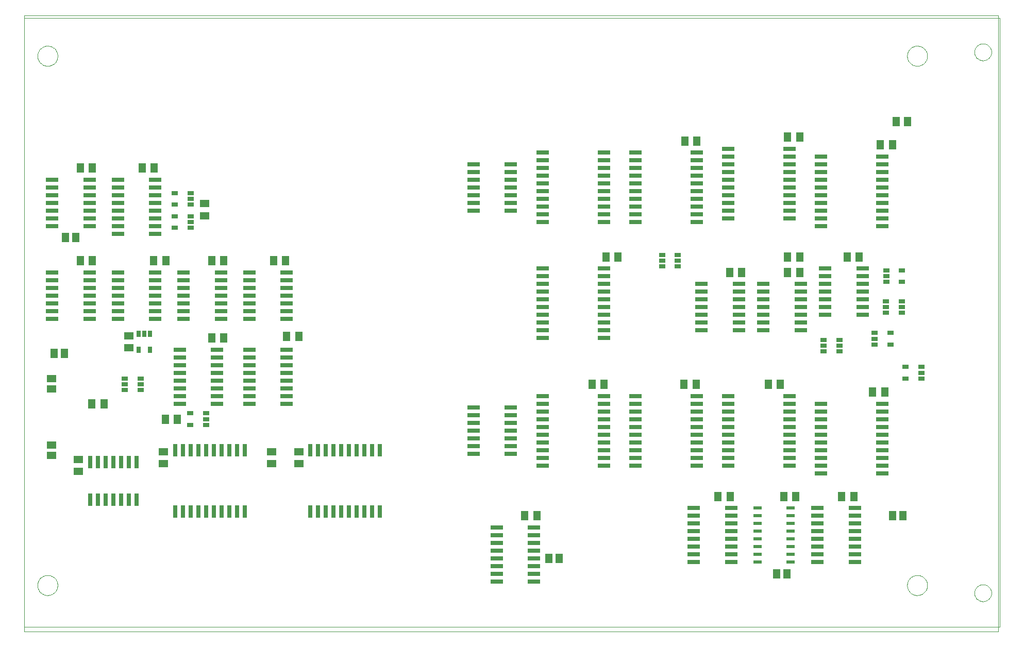
<source format=gtp>
G75*
G70*
%OFA0B0*%
%FSLAX24Y24*%
%IPPOS*%
%LPD*%
%AMOC8*
5,1,8,0,0,1.08239X$1,22.5*
%
%ADD10C,0.0000*%
%ADD11R,0.0591X0.0512*%
%ADD12R,0.0512X0.0630*%
%ADD13R,0.0551X0.0236*%
%ADD14R,0.0800X0.0260*%
%ADD15R,0.0630X0.0512*%
%ADD16R,0.0512X0.0591*%
%ADD17R,0.0260X0.0800*%
%ADD18R,0.0390X0.0272*%
%ADD19R,0.0272X0.0390*%
D10*
X004848Y007120D02*
X004848Y046990D01*
X067840Y046990D01*
X067840Y007120D01*
X004848Y007120D01*
X004848Y007430D02*
X004848Y046810D01*
X067948Y046810D01*
X067948Y007430D01*
X004848Y007430D01*
X005698Y010120D02*
X005700Y010170D01*
X005706Y010220D01*
X005716Y010270D01*
X005729Y010318D01*
X005746Y010366D01*
X005767Y010412D01*
X005791Y010456D01*
X005819Y010498D01*
X005850Y010538D01*
X005884Y010575D01*
X005921Y010610D01*
X005960Y010641D01*
X006001Y010670D01*
X006045Y010695D01*
X006091Y010717D01*
X006138Y010735D01*
X006186Y010749D01*
X006235Y010760D01*
X006285Y010767D01*
X006335Y010770D01*
X006386Y010769D01*
X006436Y010764D01*
X006486Y010755D01*
X006534Y010743D01*
X006582Y010726D01*
X006628Y010706D01*
X006673Y010683D01*
X006716Y010656D01*
X006756Y010626D01*
X006794Y010593D01*
X006829Y010557D01*
X006862Y010518D01*
X006891Y010477D01*
X006917Y010434D01*
X006940Y010389D01*
X006959Y010342D01*
X006974Y010294D01*
X006986Y010245D01*
X006994Y010195D01*
X006998Y010145D01*
X006998Y010095D01*
X006994Y010045D01*
X006986Y009995D01*
X006974Y009946D01*
X006959Y009898D01*
X006940Y009851D01*
X006917Y009806D01*
X006891Y009763D01*
X006862Y009722D01*
X006829Y009683D01*
X006794Y009647D01*
X006756Y009614D01*
X006716Y009584D01*
X006673Y009557D01*
X006628Y009534D01*
X006582Y009514D01*
X006534Y009497D01*
X006486Y009485D01*
X006436Y009476D01*
X006386Y009471D01*
X006335Y009470D01*
X006285Y009473D01*
X006235Y009480D01*
X006186Y009491D01*
X006138Y009505D01*
X006091Y009523D01*
X006045Y009545D01*
X006001Y009570D01*
X005960Y009599D01*
X005921Y009630D01*
X005884Y009665D01*
X005850Y009702D01*
X005819Y009742D01*
X005791Y009784D01*
X005767Y009828D01*
X005746Y009874D01*
X005729Y009922D01*
X005716Y009970D01*
X005706Y010020D01*
X005700Y010070D01*
X005698Y010120D01*
X005698Y044370D02*
X005700Y044420D01*
X005706Y044470D01*
X005716Y044520D01*
X005729Y044568D01*
X005746Y044616D01*
X005767Y044662D01*
X005791Y044706D01*
X005819Y044748D01*
X005850Y044788D01*
X005884Y044825D01*
X005921Y044860D01*
X005960Y044891D01*
X006001Y044920D01*
X006045Y044945D01*
X006091Y044967D01*
X006138Y044985D01*
X006186Y044999D01*
X006235Y045010D01*
X006285Y045017D01*
X006335Y045020D01*
X006386Y045019D01*
X006436Y045014D01*
X006486Y045005D01*
X006534Y044993D01*
X006582Y044976D01*
X006628Y044956D01*
X006673Y044933D01*
X006716Y044906D01*
X006756Y044876D01*
X006794Y044843D01*
X006829Y044807D01*
X006862Y044768D01*
X006891Y044727D01*
X006917Y044684D01*
X006940Y044639D01*
X006959Y044592D01*
X006974Y044544D01*
X006986Y044495D01*
X006994Y044445D01*
X006998Y044395D01*
X006998Y044345D01*
X006994Y044295D01*
X006986Y044245D01*
X006974Y044196D01*
X006959Y044148D01*
X006940Y044101D01*
X006917Y044056D01*
X006891Y044013D01*
X006862Y043972D01*
X006829Y043933D01*
X006794Y043897D01*
X006756Y043864D01*
X006716Y043834D01*
X006673Y043807D01*
X006628Y043784D01*
X006582Y043764D01*
X006534Y043747D01*
X006486Y043735D01*
X006436Y043726D01*
X006386Y043721D01*
X006335Y043720D01*
X006285Y043723D01*
X006235Y043730D01*
X006186Y043741D01*
X006138Y043755D01*
X006091Y043773D01*
X006045Y043795D01*
X006001Y043820D01*
X005960Y043849D01*
X005921Y043880D01*
X005884Y043915D01*
X005850Y043952D01*
X005819Y043992D01*
X005791Y044034D01*
X005767Y044078D01*
X005746Y044124D01*
X005729Y044172D01*
X005716Y044220D01*
X005706Y044270D01*
X005700Y044320D01*
X005698Y044370D01*
X061948Y044370D02*
X061950Y044420D01*
X061956Y044470D01*
X061966Y044520D01*
X061979Y044568D01*
X061996Y044616D01*
X062017Y044662D01*
X062041Y044706D01*
X062069Y044748D01*
X062100Y044788D01*
X062134Y044825D01*
X062171Y044860D01*
X062210Y044891D01*
X062251Y044920D01*
X062295Y044945D01*
X062341Y044967D01*
X062388Y044985D01*
X062436Y044999D01*
X062485Y045010D01*
X062535Y045017D01*
X062585Y045020D01*
X062636Y045019D01*
X062686Y045014D01*
X062736Y045005D01*
X062784Y044993D01*
X062832Y044976D01*
X062878Y044956D01*
X062923Y044933D01*
X062966Y044906D01*
X063006Y044876D01*
X063044Y044843D01*
X063079Y044807D01*
X063112Y044768D01*
X063141Y044727D01*
X063167Y044684D01*
X063190Y044639D01*
X063209Y044592D01*
X063224Y044544D01*
X063236Y044495D01*
X063244Y044445D01*
X063248Y044395D01*
X063248Y044345D01*
X063244Y044295D01*
X063236Y044245D01*
X063224Y044196D01*
X063209Y044148D01*
X063190Y044101D01*
X063167Y044056D01*
X063141Y044013D01*
X063112Y043972D01*
X063079Y043933D01*
X063044Y043897D01*
X063006Y043864D01*
X062966Y043834D01*
X062923Y043807D01*
X062878Y043784D01*
X062832Y043764D01*
X062784Y043747D01*
X062736Y043735D01*
X062686Y043726D01*
X062636Y043721D01*
X062585Y043720D01*
X062535Y043723D01*
X062485Y043730D01*
X062436Y043741D01*
X062388Y043755D01*
X062341Y043773D01*
X062295Y043795D01*
X062251Y043820D01*
X062210Y043849D01*
X062171Y043880D01*
X062134Y043915D01*
X062100Y043952D01*
X062069Y043992D01*
X062041Y044034D01*
X062017Y044078D01*
X061996Y044124D01*
X061979Y044172D01*
X061966Y044220D01*
X061956Y044270D01*
X061950Y044320D01*
X061948Y044370D01*
X066298Y044620D02*
X066300Y044667D01*
X066306Y044713D01*
X066316Y044759D01*
X066329Y044803D01*
X066347Y044847D01*
X066368Y044888D01*
X066392Y044928D01*
X066420Y044966D01*
X066451Y045001D01*
X066485Y045033D01*
X066521Y045062D01*
X066560Y045088D01*
X066600Y045111D01*
X066643Y045130D01*
X066687Y045146D01*
X066732Y045158D01*
X066778Y045166D01*
X066825Y045170D01*
X066871Y045170D01*
X066918Y045166D01*
X066964Y045158D01*
X067009Y045146D01*
X067053Y045130D01*
X067096Y045111D01*
X067136Y045088D01*
X067175Y045062D01*
X067211Y045033D01*
X067245Y045001D01*
X067276Y044966D01*
X067304Y044928D01*
X067328Y044888D01*
X067349Y044847D01*
X067367Y044803D01*
X067380Y044759D01*
X067390Y044713D01*
X067396Y044667D01*
X067398Y044620D01*
X067396Y044573D01*
X067390Y044527D01*
X067380Y044481D01*
X067367Y044437D01*
X067349Y044393D01*
X067328Y044352D01*
X067304Y044312D01*
X067276Y044274D01*
X067245Y044239D01*
X067211Y044207D01*
X067175Y044178D01*
X067136Y044152D01*
X067096Y044129D01*
X067053Y044110D01*
X067009Y044094D01*
X066964Y044082D01*
X066918Y044074D01*
X066871Y044070D01*
X066825Y044070D01*
X066778Y044074D01*
X066732Y044082D01*
X066687Y044094D01*
X066643Y044110D01*
X066600Y044129D01*
X066560Y044152D01*
X066521Y044178D01*
X066485Y044207D01*
X066451Y044239D01*
X066420Y044274D01*
X066392Y044312D01*
X066368Y044352D01*
X066347Y044393D01*
X066329Y044437D01*
X066316Y044481D01*
X066306Y044527D01*
X066300Y044573D01*
X066298Y044620D01*
X061948Y010120D02*
X061950Y010170D01*
X061956Y010220D01*
X061966Y010270D01*
X061979Y010318D01*
X061996Y010366D01*
X062017Y010412D01*
X062041Y010456D01*
X062069Y010498D01*
X062100Y010538D01*
X062134Y010575D01*
X062171Y010610D01*
X062210Y010641D01*
X062251Y010670D01*
X062295Y010695D01*
X062341Y010717D01*
X062388Y010735D01*
X062436Y010749D01*
X062485Y010760D01*
X062535Y010767D01*
X062585Y010770D01*
X062636Y010769D01*
X062686Y010764D01*
X062736Y010755D01*
X062784Y010743D01*
X062832Y010726D01*
X062878Y010706D01*
X062923Y010683D01*
X062966Y010656D01*
X063006Y010626D01*
X063044Y010593D01*
X063079Y010557D01*
X063112Y010518D01*
X063141Y010477D01*
X063167Y010434D01*
X063190Y010389D01*
X063209Y010342D01*
X063224Y010294D01*
X063236Y010245D01*
X063244Y010195D01*
X063248Y010145D01*
X063248Y010095D01*
X063244Y010045D01*
X063236Y009995D01*
X063224Y009946D01*
X063209Y009898D01*
X063190Y009851D01*
X063167Y009806D01*
X063141Y009763D01*
X063112Y009722D01*
X063079Y009683D01*
X063044Y009647D01*
X063006Y009614D01*
X062966Y009584D01*
X062923Y009557D01*
X062878Y009534D01*
X062832Y009514D01*
X062784Y009497D01*
X062736Y009485D01*
X062686Y009476D01*
X062636Y009471D01*
X062585Y009470D01*
X062535Y009473D01*
X062485Y009480D01*
X062436Y009491D01*
X062388Y009505D01*
X062341Y009523D01*
X062295Y009545D01*
X062251Y009570D01*
X062210Y009599D01*
X062171Y009630D01*
X062134Y009665D01*
X062100Y009702D01*
X062069Y009742D01*
X062041Y009784D01*
X062017Y009828D01*
X061996Y009874D01*
X061979Y009922D01*
X061966Y009970D01*
X061956Y010020D01*
X061950Y010070D01*
X061948Y010120D01*
X066298Y009620D02*
X066300Y009667D01*
X066306Y009713D01*
X066316Y009759D01*
X066329Y009803D01*
X066347Y009847D01*
X066368Y009888D01*
X066392Y009928D01*
X066420Y009966D01*
X066451Y010001D01*
X066485Y010033D01*
X066521Y010062D01*
X066560Y010088D01*
X066600Y010111D01*
X066643Y010130D01*
X066687Y010146D01*
X066732Y010158D01*
X066778Y010166D01*
X066825Y010170D01*
X066871Y010170D01*
X066918Y010166D01*
X066964Y010158D01*
X067009Y010146D01*
X067053Y010130D01*
X067096Y010111D01*
X067136Y010088D01*
X067175Y010062D01*
X067211Y010033D01*
X067245Y010001D01*
X067276Y009966D01*
X067304Y009928D01*
X067328Y009888D01*
X067349Y009847D01*
X067367Y009803D01*
X067380Y009759D01*
X067390Y009713D01*
X067396Y009667D01*
X067398Y009620D01*
X067396Y009573D01*
X067390Y009527D01*
X067380Y009481D01*
X067367Y009437D01*
X067349Y009393D01*
X067328Y009352D01*
X067304Y009312D01*
X067276Y009274D01*
X067245Y009239D01*
X067211Y009207D01*
X067175Y009178D01*
X067136Y009152D01*
X067096Y009129D01*
X067053Y009110D01*
X067009Y009094D01*
X066964Y009082D01*
X066918Y009074D01*
X066871Y009070D01*
X066825Y009070D01*
X066778Y009074D01*
X066732Y009082D01*
X066687Y009094D01*
X066643Y009110D01*
X066600Y009129D01*
X066560Y009152D01*
X066521Y009178D01*
X066485Y009207D01*
X066451Y009239D01*
X066420Y009274D01*
X066392Y009312D01*
X066368Y009352D01*
X066347Y009393D01*
X066329Y009437D01*
X066316Y009481D01*
X066306Y009527D01*
X066300Y009573D01*
X066298Y009620D01*
D11*
X006598Y018535D03*
X006598Y019204D03*
X006598Y022835D03*
X006598Y023504D03*
D12*
X009204Y021870D03*
X009992Y021870D03*
X013954Y020870D03*
X014742Y020870D03*
X016954Y026120D03*
X017742Y026120D03*
X021804Y026220D03*
X022592Y026220D03*
X021742Y031120D03*
X020954Y031120D03*
X017742Y031120D03*
X016954Y031120D03*
X013992Y031120D03*
X013204Y031120D03*
X009242Y031120D03*
X008454Y031120D03*
X008454Y037120D03*
X009242Y037120D03*
X012454Y037120D03*
X013242Y037120D03*
X041554Y023120D03*
X042342Y023120D03*
X047504Y023120D03*
X048292Y023120D03*
X052954Y023120D03*
X053742Y023120D03*
X059704Y022620D03*
X060492Y022620D03*
X058492Y015870D03*
X057704Y015870D03*
X054742Y015870D03*
X053954Y015870D03*
X050492Y015870D03*
X049704Y015870D03*
X037992Y014620D03*
X037204Y014620D03*
X050454Y030370D03*
X051242Y030370D03*
X054204Y030370D03*
X054992Y030370D03*
X054992Y031370D03*
X054204Y031370D03*
X058054Y031370D03*
X058842Y031370D03*
X060204Y038620D03*
X060992Y038620D03*
X054992Y039120D03*
X054204Y039120D03*
X048342Y038870D03*
X047554Y038870D03*
X043242Y031370D03*
X042454Y031370D03*
D13*
X052279Y015120D03*
X052279Y014620D03*
X052279Y014120D03*
X052279Y013620D03*
X052279Y013120D03*
X052279Y012620D03*
X052279Y012120D03*
X052279Y011620D03*
X054417Y011620D03*
X054417Y012120D03*
X054417Y012620D03*
X054417Y013120D03*
X054417Y013620D03*
X054417Y014120D03*
X054417Y014620D03*
X054417Y015120D03*
D14*
X056138Y015120D03*
X056138Y014620D03*
X056138Y014120D03*
X056138Y013620D03*
X056138Y013120D03*
X056138Y012620D03*
X056138Y012120D03*
X056138Y011620D03*
X058558Y011620D03*
X058558Y012120D03*
X058558Y012620D03*
X058558Y013120D03*
X058558Y013620D03*
X058558Y014120D03*
X058558Y014620D03*
X058558Y015120D03*
X060328Y017370D03*
X060328Y017870D03*
X060328Y018370D03*
X060328Y018870D03*
X060328Y019370D03*
X060328Y019870D03*
X060328Y020370D03*
X060328Y020870D03*
X060328Y021370D03*
X060328Y021870D03*
X056368Y021870D03*
X056368Y021370D03*
X056368Y020870D03*
X056368Y020370D03*
X056368Y019870D03*
X056368Y019370D03*
X056368Y018870D03*
X056368Y018370D03*
X056368Y017870D03*
X056368Y017370D03*
X054328Y017870D03*
X054328Y018370D03*
X054328Y018870D03*
X054328Y019370D03*
X054328Y019870D03*
X054328Y020370D03*
X054328Y020870D03*
X054328Y021370D03*
X054328Y021870D03*
X054328Y022370D03*
X050368Y022370D03*
X050368Y021870D03*
X050368Y021370D03*
X050368Y020870D03*
X050368Y020370D03*
X050368Y019870D03*
X050368Y019370D03*
X050368Y018870D03*
X050368Y018370D03*
X050368Y017870D03*
X048328Y017870D03*
X048328Y018370D03*
X048328Y018870D03*
X048328Y019370D03*
X048328Y019870D03*
X048328Y020370D03*
X048328Y020870D03*
X048328Y021370D03*
X048328Y021870D03*
X048328Y022370D03*
X044368Y022370D03*
X044368Y021870D03*
X044368Y021370D03*
X044368Y020870D03*
X044368Y020370D03*
X044368Y019870D03*
X044368Y019370D03*
X044368Y018870D03*
X044368Y018370D03*
X044368Y017870D03*
X042328Y017870D03*
X042328Y018370D03*
X042328Y018870D03*
X042328Y019370D03*
X042328Y019870D03*
X042328Y020370D03*
X042328Y020870D03*
X042328Y021370D03*
X042328Y021870D03*
X042328Y022370D03*
X038368Y022370D03*
X038368Y021870D03*
X038368Y021370D03*
X038368Y020870D03*
X038368Y020370D03*
X038368Y019870D03*
X038368Y019370D03*
X038368Y018870D03*
X038368Y018370D03*
X038368Y017870D03*
X036308Y018620D03*
X036308Y019120D03*
X036308Y019620D03*
X036308Y020120D03*
X036308Y020620D03*
X036308Y021120D03*
X036308Y021620D03*
X033888Y021620D03*
X033888Y021120D03*
X033888Y020620D03*
X033888Y020120D03*
X033888Y019620D03*
X033888Y019120D03*
X033888Y018620D03*
X035388Y013870D03*
X035388Y013370D03*
X035388Y012870D03*
X035388Y012370D03*
X035388Y011870D03*
X035388Y011370D03*
X035388Y010870D03*
X035388Y010370D03*
X037808Y010370D03*
X037808Y010870D03*
X037808Y011370D03*
X037808Y011870D03*
X037808Y012370D03*
X037808Y012870D03*
X037808Y013370D03*
X037808Y013870D03*
X048138Y014120D03*
X048138Y014620D03*
X048138Y015120D03*
X048138Y013620D03*
X048138Y013120D03*
X048138Y012620D03*
X048138Y012120D03*
X048138Y011620D03*
X050558Y011620D03*
X050558Y012120D03*
X050558Y012620D03*
X050558Y013120D03*
X050558Y013620D03*
X050558Y014120D03*
X050558Y014620D03*
X050558Y015120D03*
X042328Y026120D03*
X042328Y026620D03*
X042328Y027120D03*
X042328Y027620D03*
X042328Y028120D03*
X042328Y028620D03*
X042328Y029120D03*
X042328Y029620D03*
X042328Y030120D03*
X042328Y030620D03*
X042328Y033620D03*
X042328Y034120D03*
X042328Y034620D03*
X042328Y035120D03*
X042328Y035620D03*
X042328Y036120D03*
X042328Y036620D03*
X042328Y037120D03*
X042328Y037620D03*
X042328Y038120D03*
X044368Y038120D03*
X044368Y037620D03*
X044368Y037120D03*
X044368Y036620D03*
X044368Y036120D03*
X044368Y035620D03*
X044368Y035120D03*
X044368Y034620D03*
X044368Y034120D03*
X044368Y033620D03*
X048328Y033620D03*
X048328Y034120D03*
X048328Y034620D03*
X048328Y035120D03*
X048328Y035620D03*
X048328Y036120D03*
X048328Y036620D03*
X048328Y037120D03*
X048328Y037620D03*
X048328Y038120D03*
X050368Y038370D03*
X050368Y037870D03*
X050368Y037370D03*
X050368Y036870D03*
X050368Y036370D03*
X050368Y035870D03*
X050368Y035370D03*
X050368Y034870D03*
X050368Y034370D03*
X050368Y033870D03*
X054328Y033870D03*
X054328Y034370D03*
X054328Y034870D03*
X054328Y035370D03*
X054328Y035870D03*
X054328Y036370D03*
X054328Y036870D03*
X054328Y037370D03*
X054328Y037870D03*
X054328Y038370D03*
X056368Y037870D03*
X056368Y037370D03*
X056368Y036870D03*
X056368Y036370D03*
X056368Y035870D03*
X056368Y035370D03*
X056368Y034870D03*
X056368Y034370D03*
X056368Y033870D03*
X056368Y033370D03*
X056638Y030620D03*
X056638Y030120D03*
X056638Y029620D03*
X056638Y029120D03*
X056638Y028620D03*
X056638Y028120D03*
X056638Y027620D03*
X055058Y027620D03*
X055058Y028120D03*
X055058Y028620D03*
X055058Y029120D03*
X055058Y029620D03*
X052638Y029620D03*
X052638Y029120D03*
X052638Y028620D03*
X052638Y028120D03*
X052638Y027620D03*
X052638Y027120D03*
X052638Y026620D03*
X051058Y026620D03*
X051058Y027120D03*
X051058Y027620D03*
X051058Y028120D03*
X051058Y028620D03*
X051058Y029120D03*
X051058Y029620D03*
X048638Y029620D03*
X048638Y029120D03*
X048638Y028620D03*
X048638Y028120D03*
X048638Y027620D03*
X048638Y027120D03*
X048638Y026620D03*
X055058Y026620D03*
X055058Y027120D03*
X059058Y027620D03*
X059058Y028120D03*
X059058Y028620D03*
X059058Y029120D03*
X059058Y029620D03*
X059058Y030120D03*
X059058Y030620D03*
X060328Y033370D03*
X060328Y033870D03*
X060328Y034370D03*
X060328Y034870D03*
X060328Y035370D03*
X060328Y035870D03*
X060328Y036370D03*
X060328Y036870D03*
X060328Y037370D03*
X060328Y037870D03*
X038368Y037620D03*
X038368Y038120D03*
X038368Y037120D03*
X038368Y036620D03*
X038368Y036120D03*
X038368Y035620D03*
X038368Y035120D03*
X038368Y034620D03*
X038368Y034120D03*
X038368Y033620D03*
X036308Y034370D03*
X036308Y034870D03*
X036308Y035370D03*
X036308Y035870D03*
X036308Y036370D03*
X036308Y036870D03*
X036308Y037370D03*
X033888Y037370D03*
X033888Y036870D03*
X033888Y036370D03*
X033888Y035870D03*
X033888Y035370D03*
X033888Y034870D03*
X033888Y034370D03*
X038368Y030620D03*
X038368Y030120D03*
X038368Y029620D03*
X038368Y029120D03*
X038368Y028620D03*
X038368Y028120D03*
X038368Y027620D03*
X038368Y027120D03*
X038368Y026620D03*
X038368Y026120D03*
X021808Y025370D03*
X021808Y024870D03*
X021808Y024370D03*
X021808Y023870D03*
X021808Y023370D03*
X021808Y022870D03*
X021808Y022370D03*
X021808Y021870D03*
X019388Y021870D03*
X019388Y022370D03*
X019388Y022870D03*
X019388Y023370D03*
X019388Y023870D03*
X019388Y024370D03*
X019388Y024870D03*
X019388Y025370D03*
X017308Y025370D03*
X017308Y024870D03*
X017308Y024370D03*
X017308Y023870D03*
X017308Y023370D03*
X017308Y022870D03*
X017308Y022370D03*
X017308Y021870D03*
X014888Y021870D03*
X014888Y022370D03*
X014888Y022870D03*
X014888Y023370D03*
X014888Y023870D03*
X014888Y024370D03*
X014888Y024870D03*
X014888Y025370D03*
X015138Y027370D03*
X015138Y027870D03*
X015138Y028370D03*
X015138Y028870D03*
X015138Y029370D03*
X015138Y029870D03*
X015138Y030370D03*
X013308Y030370D03*
X013308Y029870D03*
X013308Y029370D03*
X013308Y028870D03*
X013308Y028370D03*
X013308Y027870D03*
X013308Y027370D03*
X010888Y027370D03*
X010888Y027870D03*
X010888Y028370D03*
X010888Y028870D03*
X010888Y029370D03*
X010888Y029870D03*
X010888Y030370D03*
X009058Y030370D03*
X009058Y029870D03*
X009058Y029370D03*
X009058Y028870D03*
X009058Y028370D03*
X009058Y027870D03*
X009058Y027370D03*
X006638Y027370D03*
X006638Y027870D03*
X006638Y028370D03*
X006638Y028870D03*
X006638Y029370D03*
X006638Y029870D03*
X006638Y030370D03*
X006638Y033370D03*
X006638Y033870D03*
X006638Y034370D03*
X006638Y034870D03*
X006638Y035370D03*
X006638Y035870D03*
X006638Y036370D03*
X009058Y036370D03*
X009058Y035870D03*
X009058Y035370D03*
X009058Y034870D03*
X009058Y034370D03*
X009058Y033870D03*
X009058Y033370D03*
X010888Y033370D03*
X010888Y033870D03*
X010888Y034370D03*
X010888Y034870D03*
X010888Y035370D03*
X010888Y035870D03*
X010888Y036370D03*
X013308Y036370D03*
X013308Y035870D03*
X013308Y035370D03*
X013308Y034870D03*
X013308Y034370D03*
X013308Y033870D03*
X013308Y033370D03*
X013308Y032870D03*
X010888Y032870D03*
X017558Y030370D03*
X017558Y029870D03*
X017558Y029370D03*
X017558Y028870D03*
X017558Y028370D03*
X017558Y027870D03*
X017558Y027370D03*
X019388Y027370D03*
X019388Y027870D03*
X019388Y028370D03*
X019388Y028870D03*
X019388Y029370D03*
X019388Y029870D03*
X019388Y030370D03*
X021808Y030370D03*
X021808Y029870D03*
X021808Y029370D03*
X021808Y028870D03*
X021808Y028370D03*
X021808Y027870D03*
X021808Y027370D03*
D15*
X016498Y034026D03*
X016498Y034813D03*
X011598Y026263D03*
X011598Y025476D03*
X013848Y018763D03*
X013848Y017976D03*
X008348Y018263D03*
X008348Y017476D03*
X020848Y017976D03*
X020848Y018763D03*
X022598Y018763D03*
X022598Y017976D03*
D16*
X007433Y025120D03*
X006763Y025120D03*
X007513Y032620D03*
X008183Y032620D03*
X038763Y011870D03*
X039433Y011870D03*
X053513Y010870D03*
X054183Y010870D03*
X061013Y014620D03*
X061683Y014620D03*
X061972Y040120D03*
X061224Y040120D03*
D17*
X027848Y018850D03*
X027348Y018850D03*
X026848Y018850D03*
X026348Y018850D03*
X025848Y018850D03*
X025348Y018850D03*
X024848Y018850D03*
X024348Y018850D03*
X023848Y018850D03*
X023348Y018850D03*
X019098Y018850D03*
X018598Y018850D03*
X018098Y018850D03*
X017598Y018850D03*
X017098Y018850D03*
X016598Y018850D03*
X016098Y018850D03*
X015598Y018850D03*
X015098Y018850D03*
X014598Y018850D03*
X012098Y018080D03*
X011598Y018080D03*
X011098Y018080D03*
X010598Y018080D03*
X010098Y018080D03*
X009598Y018080D03*
X009098Y018080D03*
X009098Y015660D03*
X009598Y015660D03*
X010098Y015660D03*
X010598Y015660D03*
X011098Y015660D03*
X011598Y015660D03*
X012098Y015660D03*
X014598Y014890D03*
X015098Y014890D03*
X015598Y014890D03*
X016098Y014890D03*
X016598Y014890D03*
X017098Y014890D03*
X017598Y014890D03*
X018098Y014890D03*
X018598Y014890D03*
X019098Y014890D03*
X023348Y014890D03*
X023848Y014890D03*
X024348Y014890D03*
X024848Y014890D03*
X025348Y014890D03*
X025848Y014890D03*
X026348Y014890D03*
X026848Y014890D03*
X027348Y014890D03*
X027848Y014890D03*
D18*
X016606Y020496D03*
X016606Y020870D03*
X016606Y021244D03*
X015586Y021244D03*
X015586Y020496D03*
X012356Y022746D03*
X012356Y023120D03*
X012356Y023494D03*
X011336Y023494D03*
X011336Y023120D03*
X011336Y022746D03*
X014586Y033246D03*
X014586Y033994D03*
X015606Y033994D03*
X015606Y033620D03*
X015606Y033246D03*
X015606Y034746D03*
X015606Y035120D03*
X015606Y035494D03*
X014586Y035494D03*
X014586Y034746D03*
X046090Y031494D03*
X046090Y031120D03*
X046090Y030746D03*
X047110Y030746D03*
X047110Y031120D03*
X047110Y031494D03*
X056536Y025994D03*
X056536Y025620D03*
X056536Y025246D03*
X057556Y025246D03*
X057556Y025620D03*
X057556Y025994D03*
X059840Y026070D03*
X059840Y026444D03*
X059840Y025696D03*
X060860Y025696D03*
X060860Y026444D03*
X060586Y027746D03*
X060586Y028120D03*
X060586Y028494D03*
X061606Y028494D03*
X061606Y028120D03*
X061606Y027746D03*
X061610Y029746D03*
X060590Y029746D03*
X060590Y030120D03*
X060590Y030494D03*
X061610Y030494D03*
X061836Y024244D03*
X061836Y023496D03*
X062856Y023496D03*
X062856Y023870D03*
X062856Y024244D03*
D19*
X012972Y025358D03*
X012224Y025358D03*
X012224Y026377D03*
X012598Y026377D03*
X012972Y026377D03*
M02*

</source>
